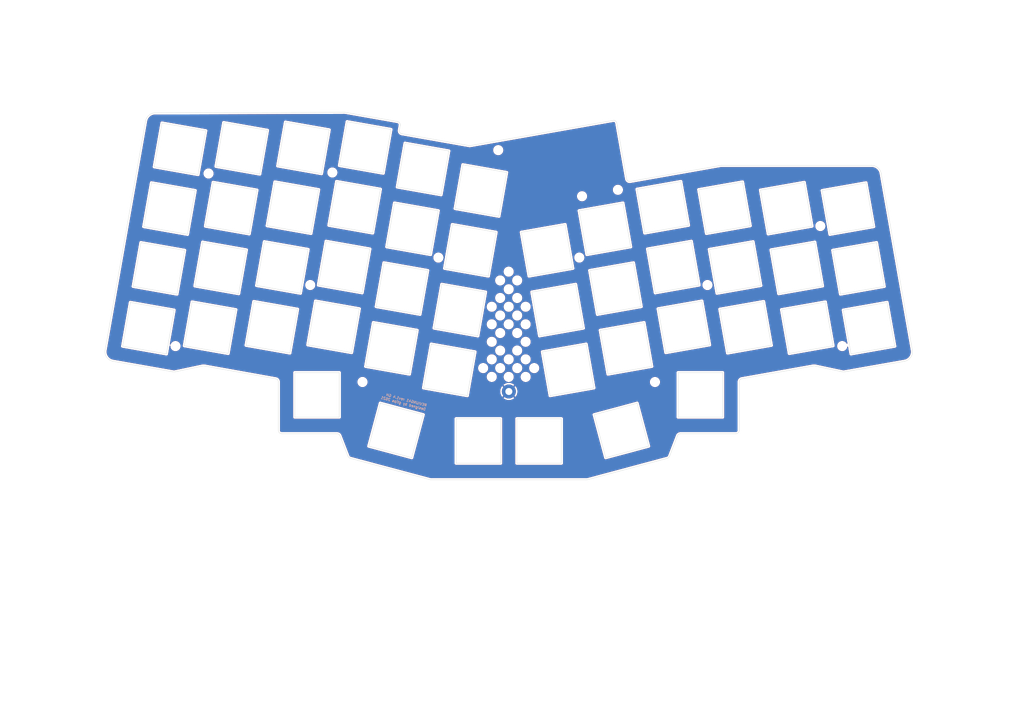
<source format=kicad_pcb>
(kicad_pcb (version 20211014) (generator pcbnew)
  (title_block (title "REVIUNG41 TOP PLATE") (date "2021-06-24") (rev "1.4"))
  (layers (0 "F.Cu" signal) (31 "B.Cu" signal) (34 "B.Paste" user) (35 "F.Paste" user) (36 "B.SilkS" user "B.Silkscreen") (37 "F.SilkS" user "F.Silkscreen") (38 "B.Mask" user) (39 "F.Mask" user) (44 "Edge.Cuts" user))
  (net 0 "")
  (net 1 "GND")
  (footprint "MountingHole:MountingHole_2.2mm_M2_Pad" (layer "F.Cu") (at 144.905629 118.30369)
    (fp_text reference "H1" hide)
    (fp_text value "MountingHole_Pad" hide)
    (pad "1" thru_hole circle locked (at 0 0) (size 4.4 4.4) (drill 2.2) (layers *.Cu *.Mask) (net 1 "GND"))
  )
  (footprint "MountingHole:MountingHole_2.2mm_M2" (layer "F.Cu") (at 50.67528 49.903573)
    (fp_text reference "H11" hide)
    (fp_text value "MountingHole_2.2mm_M2" hide)
    (pad "" np_thru_hole circle locked (at 0 0) (size 2.2 2.2) (drill 2.2) (layers *.Cu *.Mask))
  )
  (footprint "MountingHole:MountingHole_2.2mm_M2" (layer "F.Cu") (at 40.305629 104.05369)
    (fp_text reference "H2" hide)
    (fp_text value "MountingHole_2.2mm_M2" hide)
    (pad "" np_thru_hole circle locked (at 0 0) (size 2.2 2.2) (drill 2.2) (layers *.Cu *.Mask))
  )
  (footprint "MountingHole:MountingHole_2.2mm_M2" (layer "F.Cu") (at 82.58563 84.89369)
    (fp_text reference "H3" hide)
    (fp_text value "MountingHole_2.2mm_M2" hide)
    (pad "" np_thru_hole circle locked (at 0 0) (size 2.2 2.2) (drill 2.2) (layers *.Cu *.Mask))
  )
  (footprint "MountingHole:MountingHole_2.2mm_M2" (layer "F.Cu") (at 122.795629 76.293689)
    (fp_text reference "H4" hide)
    (fp_text value "MountingHole_2.2mm_M2" hide)
    (pad "" np_thru_hole circle locked (at 0 0) (size 2.2 2.2) (drill 2.2) (layers *.Cu *.Mask))
  )
  (footprint "MountingHole:MountingHole_2.2mm_M2" (layer "F.Cu") (at 98.985629 115.32369)
    (fp_text reference "H5" hide)
    (fp_text value "MountingHole_2.2mm_M2" hide)
    (pad "" np_thru_hole circle locked (at 0 0) (size 2.2 2.2) (drill 2.2) (layers *.Cu *.Mask))
  )
  (footprint "MountingHole:MountingHole_2.2mm_M2" (layer "F.Cu") (at 167.015629 76.28369)
    (fp_text reference "H6" hide)
    (fp_text value "MountingHole_2.2mm_M2" hide)
    (pad "" np_thru_hole circle locked (at 0 0) (size 2.2 2.2) (drill 2.2) (layers *.Cu *.Mask))
  )
  (footprint "MountingHole:MountingHole_2.2mm_M2" (layer "F.Cu") (at 190.755629 115.33369)
    (fp_text reference "H7" hide)
    (fp_text value "MountingHole_2.2mm_M2" hide)
    (pad "" np_thru_hole circle locked (at 0 0) (size 2.2 2.2) (drill 2.2) (layers *.Cu *.Mask))
  )
  (footprint "MountingHole:MountingHole_2.2mm_M2" (layer "F.Cu") (at 207.225629 84.893689)
    (fp_text reference "H8" hide)
    (fp_text value "MountingHole_2.2mm_M2" hide)
    (pad "" np_thru_hole circle locked (at 0 0) (size 2.2 2.2) (drill 2.2) (layers *.Cu *.Mask))
  )
  (footprint "MountingHole:MountingHole_2.2mm_M2" (layer "F.Cu") (at 242.645629 66.383689)
    (fp_text reference "H9" hide)
    (fp_text value "MountingHole_2.2mm_M2" hide)
    (pad "" np_thru_hole circle locked (at 0 0) (size 2.2 2.2) (drill 2.2) (layers *.Cu *.Mask))
  )
  (footprint "MountingHole:MountingHole_2.2mm_M2" (layer "F.Cu") (at 249.505629 104.05369)
    (fp_text reference "H10" hide)
    (fp_text value "MountingHole_2.2mm_M2" hide)
    (pad "" np_thru_hole circle locked (at 0 0) (size 2.2 2.2) (drill 2.2) (layers *.Cu *.Mask))
  )
  (footprint "_reviung-kbd:HOLE_2.2mm" (layer "F.Cu") (at 144.855629 80.70369)
    (fp_text reference "Ref**")
    (fp_text value "Val**")
    (pad "" np_thru_hole circle locked (at 0 0) (size 2.2 2.2) (drill 2.2) (layers *.Cu *.Mask))
  )
  (footprint "_reviung-kbd:HOLE_2.2mm" (layer "F.Cu") (at 142.185629 83.45369)
    (fp_text reference "Ref**")
    (fp_text value "Val**")
    (pad "" np_thru_hole circle locked (at 0 0) (size 2.2 2.2) (drill 2.2) (layers *.Cu *.Mask))
  )
  (footprint "_reviung-kbd:HOLE_2.2mm" (layer "F.Cu") (at 147.52563 83.453689)
    (fp_text reference "Ref**")
    (fp_text value "Val**")
    (pad "" np_thru_hole circle locked (at 0 0) (size 2.2 2.2) (drill 2.2) (layers *.Cu *.Mask))
  )
  (footprint "_reviung-kbd:HOLE_2.2mm" (layer "F.Cu") (at 144.865629 86.21369)
    (fp_text reference "Ref**")
    (fp_text value "Val**")
    (pad "" np_thru_hole circle locked (at 0 0) (size 2.2 2.2) (drill 2.2) (layers *.Cu *.Mask))
  )
  (footprint "_reviung-kbd:HOLE_2.2mm" (layer "F.Cu") (at 142.185629 88.953689)
    (fp_text reference "Ref**")
    (fp_text value "Val**")
    (pad "" np_thru_hole circle locked (at 0 0) (size 2.2 2.2) (drill 2.2) (layers *.Cu *.Mask))
  )
  (footprint "_reviung-kbd:HOLE_2.2mm" (layer "F.Cu") (at 147.525629 88.95369)
    (fp_text reference "Ref**")
    (fp_text value "Val**")
    (pad "" np_thru_hole circle locked (at 0 0) (size 2.2 2.2) (drill 2.2) (layers *.Cu *.Mask))
  )
  (footprint "_reviung-kbd:HOLE_2.2mm" (layer "F.Cu") (at 139.545629 91.71369)
    (fp_text reference "Ref**")
    (fp_text value "Val**")
    (pad "" np_thru_hole circle locked (at 0 0) (size 2.2 2.2) (drill 2.2) (layers *.Cu *.Mask))
  )
  (footprint "_reviung-kbd:HOLE_2.2mm" (layer "F.Cu") (at 144.865629 91.71369)
    (fp_text reference "Ref**")
    (fp_text value "Val**")
    (pad "" np_thru_hole circle locked (at 0 0) (size 2.2 2.2) (drill 2.2) (layers *.Cu *.Mask))
  )
  (footprint "_reviung-kbd:HOLE_2.2mm" (layer "F.Cu") (at 150.175629 91.71369)
    (fp_text reference "Ref**")
    (fp_text value "Val**")
    (pad "" np_thru_hole circle locked (at 0 0) (size 2.2 2.2) (drill 2.2) (layers *.Cu *.Mask))
  )
  (footprint "_reviung-kbd:HOLE_2.2mm" (layer "F.Cu") (at 142.185629 94.45369)
    (fp_text reference "Ref**")
    (fp_text value "Val**")
    (pad "" np_thru_hole circle locked (at 0 0) (size 2.2 2.2) (drill 2.2) (layers *.Cu *.Mask))
  )
  (footprint "_reviung-kbd:HOLE_2.2mm" (layer "F.Cu") (at 147.525629 94.45369)
    (fp_text reference "Ref**")
    (fp_text value "Val**")
    (pad "" np_thru_hole circle locked (at 0 0) (size 2.2 2.2) (drill 2.2) (layers *.Cu *.Mask))
  )
  (footprint "_reviung-kbd:HOLE_2.2mm" (layer "F.Cu") (at 139.545629 97.21369)
    (fp_text reference "Ref**")
    (fp_text value "Val**")
    (pad "" np_thru_hole circle locked (at 0 0) (size 2.2 2.2) (drill 2.2) (layers *.Cu *.Mask))
  )
  (footprint "_reviung-kbd:HOLE_2.2mm" (layer "F.Cu") (at 144.855629 97.21369)
    (fp_text reference "Ref**")
    (fp_text value "Val**")
    (pad "" np_thru_hole circle locked (at 0 0) (size 2.2 2.2) (drill 2.2) (layers *.Cu *.Mask))
  )
  (footprint "_reviung-kbd:HOLE_2.2mm" (layer "F.Cu") (at 150.175629 97.213689)
    (fp_text reference "Ref**")
    (fp_text value "Val**")
    (pad "" np_thru_hole circle locked (at 0 0) (size 2.2 2.2) (drill 2.2) (layers *.Cu *.Mask))
  )
  (footprint "_reviung-kbd:HOLE_2.2mm" (layer "F.Cu") (at 142.195629 99.95369)
    (fp_text reference "Ref**")
    (fp_text value "Val**")
    (pad "" np_thru_hole circle locked (at 0 0) (size 2.2 2.2) (drill 2.2) (layers *.Cu *.Mask))
  )
  (footprint "_reviung-kbd:HOLE_2.2mm" (layer "F.Cu") (at 147.52563 99.95369)
    (fp_text reference "Ref**")
    (fp_text value "Val**")
    (pad "" np_thru_hole circle locked (at 0 0) (size 2.2 2.2) (drill 2.2) (layers *.Cu *.Mask))
  )
  (footprint "_reviung-kbd:HOLE_2.2mm" (layer "F.Cu") (at 139.545629 102.71369)
    (fp_text reference "Ref**")
    (fp_text value "Val**")
    (pad "" np_thru_hole circle locked (at 0 0) (size 2.2 2.2) (drill 2.2) (layers *.Cu *.Mask))
  )
  (footprint "_reviung-kbd:HOLE_2.2mm" (layer "F.Cu") (at 150.175629 102.71369)
    (fp_text reference "Ref**")
    (fp_text value "Val**")
    (pad "" np_thru_hole circle locked (at 0 0) (size 2.2 2.2) (drill 2.2) (layers *.Cu *.Mask))
  )
  (footprint "_reviung-kbd:HOLE_2.2mm" (layer "F.Cu") (at 142.18563 105.46369)
    (fp_text reference "Ref**")
    (fp_text value "Val**")
    (pad "" np_thru_hole circle locked (at 0 0) (size 2.2 2.2) (drill 2.2) (layers *.Cu *.Mask))
  )
  (footprint "_reviung-kbd:HOLE_2.2mm" (layer "F.Cu") (at 147.52563 105.45369)
    (fp_text reference "Ref**")
    (fp_text value "Val**")
    (pad "" np_thru_hole circle locked (at 0 0) (size 2.2 2.2) (drill 2.2) (layers *.Cu *.Mask))
  )
  (footprint "_reviung-kbd:HOLE_2.2mm" (layer "F.Cu") (at 139.545629 108.21369)
    (fp_text reference "Ref**")
    (fp_text value "Val**")
    (pad "" np_thru_hole circle locked (at 0 0) (size 2.2 2.2) (drill 2.2) (layers *.Cu *.Mask))
  )
  (footprint "_reviung-kbd:HOLE_2.2mm" (layer "F.Cu") (at 144.865629 108.21369)
    (fp_text reference "Ref**")
    (fp_text value "Val**")
    (pad "" np_thru_hole circle locked (at 0 0) (size 2.2 2.2) (drill 2.2) (layers *.Cu *.Mask))
  )
  (footprint "_reviung-kbd:HOLE_2.2mm" (layer "F.Cu") (at 150.185629 108.21369)
    (fp_text reference "Ref**")
    (fp_text value "Val**")
    (pad "" np_thru_hole circle locked (at 0 0) (size 2.2 2.2) (drill 2.2) (layers *.Cu *.Mask))
  )
  (footprint "_reviung-kbd:HOLE_2.2mm" (layer "F.Cu") (at 136.845629 110.96369)
    (fp_text reference "Ref**")
    (fp_text value "Val**")
    (pad "" np_thru_hole circle locked (at 0 0) (size 2.2 2.2) (drill 2.2) (layers *.Cu *.Mask))
  )
  (footprint "_reviung-kbd:HOLE_2.2mm" (layer "F.Cu") (at 142.185629 110.96369)
    (fp_text reference "Ref**")
    (fp_text value "Val**")
    (pad "" np_thru_hole circle locked (at 0 0) (size 2.2 2.2) (drill 2.2) (layers *.Cu *.Mask))
  )
  (footprint "_reviung-kbd:HOLE_2.2mm" (layer "F.Cu") (at 147.535629 110.96369)
    (fp_text reference "Ref**")
    (fp_text value "Val**")
    (pad "" np_thru_hole circle locked (at 0 0) (size 2.2 2.2) (drill 2.2) (layers *.Cu *.Mask))
  )
  (footprint "_reviung-kbd:HOLE_2.2mm" (layer "F.Cu") (at 152.855629 110.96369)
    (fp_text reference "Ref**")
    (fp_text value "Val**")
    (pad "" np_thru_hole circle locked (at 0 0) (size 2.2 2.2) (drill 2.2) (layers *.Cu *.Mask))
  )
  (footprint "_reviung-kbd:HOLE_2.2mm" (layer "F.Cu") (at 150.185629 113.72369)
    (fp_text reference "Ref**")
    (fp_text value "Val**")
    (pad "" np_thru_hole circle locked (at 0 0) (size 2.2 2.2) (drill 2.2) (layers *.Cu *.Mask))
  )
  (footprint "_reviung-kbd:HOLE_2.2mm" (layer "F.Cu") (at 144.855629 113.72369)
    (fp_text reference "Ref**")
    (fp_text value "Val**")
    (pad "" np_thru_hole circle locked (at 0 0) (size 2.2 2.2) (drill 2.2) (layers *.Cu *.Mask))
  )
  (footprint "_reviung-kbd:HOLE_2.2mm" (layer "F.Cu") (at 139.54563 113.713689)
    (fp_text reference "Ref**")
    (fp_text value "Val**")
    (pad "" np_thru_hole circle locked (at 0 0) (size 2.2 2.2) (drill 2.2) (layers *.Cu *.Mask))
  )
  (footprint "MountingHole:MountingHole_2.2mm_M2" (layer "F.Cu") (at 89.525576 49.587417)
    (fp_text reference "H4" hide)
    (fp_text value "MountingHole_2.2mm_M2" hide)
    (pad "" np_thru_hole circle locked (at 0 0) (size 2.2 2.2) (drill 2.2) (layers F&B.Cu *.Mask))
  )
  (footprint "_reviung-kbd:HOLE_2.2mm" (layer "B.Cu") (at 167.876449 57.031938 180)
    (fp_text reference "H13" hide)
    (fp_text value "H13" hide)
    (pad "" np_thru_hole circle locked (at 0 0 180) (size 2.2 2.2) (drill 2.2) (layers F&B.Cu *.Mask))
  )
  (footprint "_reviung-kbd:HOLE_2.2mm" (layer "B.Cu") (at 141.576449 42.571938 180)
    (fp_text reference "H14" hide)
    (fp_text value "H14" hide)
    (pad "" np_thru_hole circle locked (at 0 0 180) (size 2.2 2.2) (drill 2.2) (layers F&B.Cu *.Mask))
  )
  (footprint "_reviung-kbd:HOLE_2.2mm" (layer "B.Cu") (at 179.126449 55.021938 180)
    (fp_text reference "H12" hide)
    (fp_text value "H12" hide)
    (pad "" np_thru_hole circle locked (at 0 0 180) (size 2.2 2.2) (drill 2.2) (layers F&B.Cu *.Mask))
  )
  (gr_curve (pts (xy 175.277882 139.093691) (xy 175.277882 139.093691) (xy 171.654417 125.570722) (xy 171.654417 125.570722)) (layer "Edge.Cuts") (width 0.1))
  (gr_curve (pts (xy 104.632044 54.809904) (xy 104.632044 54.809904) (xy 102.200969 68.597219) (xy 102.200969 68.597219)) (layer "Edge.Cuts") (width 0.1))
  (gr_curve (pts (xy 69.045305 66.304982) (xy 69.045305 66.304982) (xy 71.47638 52.517666) (xy 71.47638 52.517666)) (layer "Edge.Cuts") (width 0.1))
  (gr_curve (pts (xy 126.092874 42.804136) (xy 126.092874 42.804136) (xy 123.661799 56.591451) (xy 123.661799 56.591451)) (layer "Edge.Cuts") (width 0.1))
  (gr_curve (pts (xy 197.814191 132.170706) (xy 197.963319 131.785675) (xy 198.333775 131.531879) (xy 198.746692 131.531879)) (layer "Edge.Cuts") (width 0.1))
  (gr_curve (pts (xy 82.83262 68.736055) (xy 82.83262 68.736055) (xy 69.045305 66.304982) (xy 69.045305 66.304982)) (layer "Edge.Cuts") (width 0.1))
  (gr_curve (pts (xy 224.867512 90.039881) (xy 224.867512 90.039881) (xy 227.298587 103.827195) (xy 227.298587 103.827195)) (layer "Edge.Cuts") (width 0.1))
  (gr_curve (pts (xy 207.930239 103.688359) (xy 207.930239 103.688359) (xy 194.142924 106.119433) (xy 194.142924 106.119433)) (layer "Edge.Cuts") (width 0.1))
  (gr_curve (pts (xy 72.598814 115.28061) (xy 72.598814 115.28061) (xy 72.598814 130.531875) (xy 72.598814 130.531875)) (layer "Edge.Cuts") (width 0.1))
  (gr_curve (pts (xy 187.346332 96.655864) (xy 187.346332 96.655864) (xy 189.777406 110.443178) (xy 189.777406 110.443178)) (layer "Edge.Cuts") (width 0.1))
  (gr_curve (pts (xy 102.381578 96.65483) (xy 102.381578 96.65483) (xy 116.168894 99.085905) (xy 116.168894 99.085905)) (layer "Edge.Cuts") (width 0.1))
  (gr_curve (pts (xy 162.577538 65.889502) (xy 162.577538 65.889502) (xy 165.008612 79.676817) (xy 165.008612 79.676817)) (layer "Edge.Cuts") (width 0.1))
  (gr_line (start 217.98 114.28) (end 240.36 110.29) (layer "Edge.Cuts") (width 0.1))
  (gr_curve (pts (xy 134.321704 105.840725) (xy 134.321704 105.840725) (xy 131.890629 119.628019) (xy 131.890629 119.628019)) (layer "Edge.Cuts") (width 0.1))
  (gr_curve (pts (xy 74.784377 33.757078) (xy 74.784377 33.757078) (xy 88.571693 36.188153) (xy 88.571693 36.188153)) (layer "Edge.Cuts") (width 0.1))
  (gr_curve (pts (xy 100.928652 135.471496) (xy 100.928652 135.471496) (xy 104.552117 121.948526) (xy 104.552117 121.948526)) (layer "Edge.Cuts") (width 0.1))
  (gr_line (start 111.341858 37.452191) (end 132.626239 41.2045) (layer "Edge.Cuts") (width 0.1))
  (gr_curve (pts (xy 183.161423 72.921998) (xy 183.161423 72.921998) (xy 169.374108 75.353072) (xy 169.374108 75.353072)) (layer "Edge.Cuts") (width 0.1))
  (gr_curve (pts (xy 36.04766 34.034753) (xy 36.04766 34.034753) (xy 49.834974 36.465828) (xy 49.834974 36.465828)) (layer "Edge.Cuts") (width 0.1))
  (gr_curve (pts (xy 79.524618 87.496625) (xy 79.524618 87.496625) (xy 65.737325 85.06555) (xy 65.737325 85.06555)) (layer "Edge.Cuts") (width 0.1))
  (gr_curve (pts (xy 18.242485 105.324908) (xy 17.953807 106.957388) (xy 19.0439 108.514528) (xy 20.676595 108.801914)) (layer "Edge.Cuts") (width 0.1))
  (gr_curve (pts (xy 104.552117 121.948526) (xy 104.552117 121.948526) (xy 118.075086 125.571993) (xy 118.075086 125.571993)) (layer "Edge.Cuts") (width 0.1))
  (gr_curve (pts (xy 271.490571 105.326544) (xy 271.490571 105.326544) (xy 261.709256 49.857837) (xy 261.709256 49.857837)) (layer "Edge.Cuts") (width 0.1))
  (gr_curve (pts (xy 202.191162 71.140453) (xy 202.191162 71.140453) (xy 204.622237 84.927768) (xy 204.622237 84.927768)) (layer "Edge.Cuts") (width 0.1))
  (gr_curve (pts (xy 60.15627 87.635463) (xy 60.15627 87.635463) (xy 46.368955 85.204387) (xy 46.368955 85.204387)) (layer "Edge.Cuts") (width 0.1))
  (gr_curve (pts (xy 39.484707 112.112392) (xy 39.736328 112.156683) (xy 39.994107 112.152355) (xy 40.244092 112.099644)) (layer "Edge.Cuts") (width 0.1))
  (gr_curve (pts (xy 184.038351 77.895273) (xy 184.038351 77.895273) (xy 186.469426 91.682588) (xy 186.469426 91.682588)) (layer "Edge.Cuts") (width 0.1))
  (gr_curve (pts (xy 105.508967 49.836631) (xy 105.508967 49.836631) (xy 91.721673 47.405556) (xy 91.721673 47.405556)) (layer "Edge.Cuts") (width 0.1))
  (gr_curve (pts (xy 138.506612 82.106838) (xy 138.506612 82.106838) (xy 124.719297 79.675763) (xy 124.719297 79.675763)) (layer "Edge.Cuts") (width 0.1))
  (gr_curve (pts (xy 217.166647 130.531875) (xy 217.166647 130.531875) (xy 217.166647 115.271459) (xy 217.166647 115.271459)) (layer "Edge.Cuts") (width 0.1))
  (gr_curve (pts (xy 77.723631 112.363689) (xy 77.723631 112.363689) (xy 91.723637 112.36369) (xy 91.723637 112.36369)) (layer "Edge.Cuts") (width 0.1))
  (gr_curve (pts (xy 169.374108 75.353072) (xy 169.374108 75.353072) (xy 166.943033 61.565757) (xy 166.943033 61.565757)) (layer "Edge.Cuts") (width 0.1))
  (gr_curve (pts (xy 248.94001 87.775355) (xy 248.94001 87.775355) (xy 246.508935 73.98804) (xy 246.508935 73.98804)) (layer "Edge.Cuts") (width 0.1))
  (gr_curve (pts (xy 249.505307 112.098913) (xy 249.756109 112.152097) (xy 250.014772 112.156576) (xy 250.267254 112.112112)) (layer "Edge.Cuts") (width 0.1))
  (gr_curve (pts (xy 190.834921 87.358843) (xy 190.834921 87.358843) (xy 188.403847 73.571528) (xy 188.403847 73.571528)) (layer "Edge.Cuts") (width 0.1))
  (gr_curve (pts (xy 23.692604 104.103816) (xy 23.692604 104.103816) (xy 26.123679 90.316522) (xy 26.123679 90.316522)) (layer "Edge.Cuts") (width 0.1))
  (gr_curve (pts (xy 165.008612 79.676817) (xy 165.008612 79.676817) (xy 151.221297 82.107893) (xy 151.221297 82.107893)) (layer "Edge.Cuts") (width 0.1))
  (gr_curve (pts (xy 71.775005 114.29626) (xy 72.251742 114.38159) (xy 72.598814 114.796294) (xy 72.598814 115.28061)) (layer "Edge.Cuts") (width 0.1))
  (gr_line (start 93.454805 30.704166) (end 33.909318 30.911795) (layer "Edge.Cuts") (width 0.1))
  (gr_curve (pts (xy 220.682604 66.306015) (xy 220.682604 66.306015) (xy 206.895289 68.737089) (xy 206.895289 68.737089)) (layer "Edge.Cuts") (width 0.1))
  (gr_curve (pts (xy 120.306883 145.979619) (xy 120.306883 145.979619) (xy 169.493545 145.979618) (xy 169.493545 145.979618)) (layer "Edge.Cuts") (width 0.1))
  (gr_curve (pts (xy 44.095902 69.013709) (xy 44.095902 69.013709) (xy 30.308587 66.582634) (xy 30.308587 66.582634)) (layer "Edge.Cuts") (width 0.1))
  (gr_curve (pts (xy 116.168894 99.085905) (xy 116.168894 99.085905) (xy 113.737819 112.873199) (xy 113.737819 112.873199)) (layer "Edge.Cuts") (width 0.1))
  (gr_curve (pts (xy 245.632007 69.014763) (xy 245.632007 69.014763) (xy 243.200933 55.227448) (xy 243.200933 55.227448)) (layer "Edge.Cuts") (width 0.1))
  (gr_curve (pts (xy 69.203323 36.32699) (xy 69.203323 36.32699) (xy 66.772249 50.114285) (xy 66.772249 50.114285)) (layer "Edge.Cuts") (width 0.1))
  (gr_curve (pts (xy 40.244092 112.099644) (xy 40.244092 112.099644) (xy 48.705183 110.315344) (xy 48.705183 110.315344)) (layer "Edge.Cuts") (width 0.1))
  (gr_curve (pts (xy 39.910994 92.747596) (xy 39.910994 92.747596) (xy 37.47992 106.53489) (xy 37.47992 106.53489)) (layer "Edge.Cuts") (width 0.1))
  (gr_curve (pts (xy 91.933228 132.169975) (xy 91.933228 132.169975) (xy 94.446534 138.644106) (xy 94.446534 138.644106)) (layer "Edge.Cuts") (width 0.1))
  (gr_curve (pts (xy 213.511272 106.258271) (xy 213.511272 106.258271) (xy 211.080198 92.470955) (xy 211.080198 92.470955)) (layer "Edge.Cuts") (width 0.1))
  (gr_curve (pts (xy 91.723637 112.36369) (xy 91.723637 112.36369) (xy 91.723637 126.363676) (xy 91.723637 126.363676)) (layer "Edge.Cuts") (width 0.1))
  (gr_curve (pts (xy 120.534389 103.40965) (xy 120.534389 103.40965) (xy 134.321704 105.840725) (xy 134.321704 105.840725)) (layer "Edge.Cuts") (width 0.1))
  (gr_curve (pts (xy 86.140617 49.975468) (xy 86.140617 49.975468) (xy 72.353303 47.544394) (xy 72.353303 47.544394)) (layer "Edge.Cuts") (width 0.1))
  (gr_curve (pts (xy 49.470273 110.303609) (xy 49.470273 110.303609) (xy 71.775005 114.29626) (xy 71.775005 114.29626)) (layer "Edge.Cuts") (width 0.1))
  (gr_curve (pts (xy 223.990606 85.066606) (xy 223.990606 85.066606) (xy 210.203292 87.49768) (xy 210.203292 87.49768)) (layer "Edge.Cuts") (width 0.1))
  (gr_curve (pts (xy 154.529278 100.868483) (xy 154.529278 100.868483) (xy 152.098226 87.081168) (xy 152.098226 87.081168)) (layer "Edge.Cuts") (width 0.1))
  (gr_line (start 132.626239 41.2045) (end 177.942459 33.214093) (layer "Edge.Cuts") (width 0.1))
  (gr_curve (pts (xy 118.103336 117.196944) (xy 118.103336 117.196944) (xy 120.534389 103.40965) (xy 120.534389 103.40965)) (layer "Edge.Cuts") (width 0.1))
  (gr_curve (pts (xy 88.413675 66.166144) (xy 88.413675 66.166144) (xy 90.84475 52.378829) (xy 90.84475 52.378829)) (layer "Edge.Cuts") (width 0.1))
  (gr_curve (pts (xy 175.990091 112.874254) (xy 175.990091 112.874254) (xy 173.559016 99.086938) (xy 173.559016 99.086938)) (layer "Edge.Cuts") (width 0.1))
  (gr_curve (pts (xy 206.895289 68.737089) (xy 206.895289 68.737089) (xy 204.464214 54.949774) (xy 204.464214 54.949774)) (layer "Edge.Cuts") (width 0.1))
  (gr_curve (pts (xy 62.429322 103.826141) (xy 62.429322 103.826141) (xy 64.860397 90.038847) (xy 64.860397 90.038847)) (layer "Edge.Cuts") (width 0.1))
  (gr_curve (pts (xy 240.92788 71.418128) (xy 240.92788 71.418128) (xy 243.358955 85.205443) (xy 243.358955 85.205443)) (layer "Edge.Cuts") (width 0.1))
  (gr_curve (pts (xy 161.395698 126.824069) (xy 161.395698 126.824069) (xy 161.395698 140.824054) (xy 161.395698 140.824054)) (layer "Edge.Cuts") (width 0.1))
  (gr_curve (pts (xy 188.800851 135.470226) (xy 188.800851 135.470226) (xy 175.277882 139.093691) (xy 175.277882 139.093691)) (layer "Edge.Cuts") (width 0.1))
  (gr_curve (pts (xy 66.772249 50.114285) (xy 66.772249 50.114285) (xy 52.984955 47.683209) (xy 52.984955 47.683209)) (layer "Edge.Cuts") (width 0.1))
  (gr_curve (pts (xy 103.258506 91.681532) (xy 103.258506 91.681532) (xy 105.68958 77.89424) (xy 105.68958 77.89424)) (layer "Edge.Cuts") (width 0.1))
  (gr_curve (pts (xy 40.787922 87.7743) (xy 40.787922 87.7743) (xy 27.000606 85.343225) (xy 27.000606 85.343225)) (layer "Edge.Cuts") (width 0.1))
  (gr_curve (pts (xy 84.228767 89.90001) (xy 84.228767 89.90001) (xy 98.016061 92.331085) (xy 98.016061 92.331085)) (layer "Edge.Cuts") (width 0.1))
  (gr_curve (pts (xy 91.721673 47.405556) (xy 91.721673 47.405556) (xy 94.152748 33.618241) (xy 94.152748 33.618241)) (layer "Edge.Cuts") (width 0.1))
  (gr_arc (start 177.942459 33.214093) (mid 178.469605 33.493633) (end 178.740449 34.025299) (layer "Edge.Cuts") (width 0.1))
  (gr_curve (pts (xy 85.105674 84.926735) (xy 85.105674 84.926735) (xy 87.536748 71.139419) (xy 87.536748 71.139419)) (layer "Edge.Cuts") (width 0.1))
  (gr_curve (pts (xy 45.492049 90.177685) (xy 45.492049 90.177685) (xy 59.279342 92.608759) (xy 59.279342 92.608759)) (layer "Edge.Cuts") (width 0.1))
  (gr_curve (pts (xy 117.045799 94.112607) (xy 117.045799 94.112607) (xy 103.258506 91.681532) (xy 103.258506 91.681532)) (layer "Edge.Cuts") (width 0.1))
  (gr_curve (pts (xy 218.251529 52.5187) (xy 218.251529 52.5187) (xy 220.682604 66.306015) (xy 220.682604 66.306015)) (layer "Edge.Cuts") (width 0.1))
  (gr_curve (pts (xy 232.879642 106.397108) (xy 232.879642 106.397108) (xy 230.448567 92.609793) (xy 230.448567 92.609793)) (layer "Edge.Cuts") (width 0.1))
  (gr_curve (pts (xy 210.203292 87.49768) (xy 210.203292 87.49768) (xy 207.772217 73.710365) (xy 207.772217 73.710365)) (layer "Edge.Cuts") (width 0.1))
  (gr_curve (pts (xy 48.800029 71.417094) (xy 48.800029 71.417094) (xy 62.587345 73.848169) (xy 62.587345 73.848169)) (layer "Edge.Cuts") (width 0.1))
  (gr_curve (pts (xy 109.874483 54.160376) (xy 109.874483 54.160376) (xy 112.305559 40.373061) (xy 112.305559 40.373061)) (layer "Edge.Cuts") (width 0.1))
  (gr_curve (pts (xy 112.305559 40.373061) (xy 112.305559 40.373061) (xy 126.092874 42.804136) (xy 126.092874 42.804136)) (layer "Edge.Cuts") (width 0.1))
  (gr_curve (pts (xy 63.464251 68.874872) (xy 63.464251 68.874872) (xy 49.676957 66.443796) (xy 49.676957 66.443796)) (layer "Edge.Cuts") (width 0.1))
  (gr_curve (pts (xy 142.345698 126.824068) (xy 142.345698 126.824068) (xy 142.345698 140.824055) (xy 142.345698 140.824055)) (layer "Edge.Cuts") (width 0.1))
  (gr_curve (pts (xy 119.476874 80.325314) (xy 119.476874 80.325314) (xy 117.045799 94.112607) (xy 117.045799 94.112607)) (layer "Edge.Cuts") (width 0.1))
  (gr_curve (pts (xy 91.001007 131.531878) (xy 91.413643 131.531879) (xy 91.783904 131.78533) (xy 91.933228 132.169975)) (layer "Edge.Cuts") (width 0.1))
  (gr_curve (pts (xy 30.308587 66.582634) (xy 30.308587 66.582634) (xy 32.739662 52.795341) (xy 32.739662 52.795341)) (layer "Edge.Cuts") (width 0.1))
  (gr_curve (pts (xy 64.860397 90.038847) (xy 64.860397 90.038847) (xy 78.647712 92.469921) (xy 78.647712 92.469921)) (layer "Edge.Cuts") (width 0.1))
  (gr_line (start 110.798063 34.777728) (end 110.53066 36.29368) (layer "Edge.Cuts") (width 0.1))
  (gr_curve (pts (xy 148.790222 68.320578) (xy 148.790222 68.320578) (xy 162.577538 65.889502) (xy 162.577538 65.889502)) (layer "Edge.Cuts") (width 0.1))
  (gr_curve (pts (xy 171.654417 125.570722) (xy 171.654417 125.570722) (xy 185.177386 121.947257) (xy 185.177386 121.947257)) (layer "Edge.Cuts") (width 0.1))
  (gr_arc (start 111.341858 37.452191) (mid 110.696324 37.04094) (end 110.53066 36.29368) (layer "Edge.Cuts") (width 0.1))
  (gr_curve (pts (xy 46.526977 55.226416) (xy 46.526977 55.226416) (xy 44.095902 69.013709) (xy 44.095902 69.013709)) (layer "Edge.Cuts") (width 0.1))
  (gr_curve (pts (xy 62.587345 73.848169) (xy 62.587345 73.848169) (xy 60.15627 87.635463) (xy 60.15627 87.635463)) (layer "Edge.Cuts") (width 0.1))
  (gr_curve (pts (xy 227.298587 103.827195) (xy 227.298587 103.827195) (xy 213.511272 106.258271) (xy 213.511272 106.258271)) (layer "Edge.Cuts") (width 0.1))
  (gr_curve (pts (xy 155.406205 105.841759) (xy 155.406205 105.841759) (xy 169.193521 103.410684) (xy 169.193521 103.410684)) (layer "Edge.Cuts") (width 0.1))
  (gr_curve (pts (xy 81.955693 73.709332) (xy 81.955693 73.709332) (xy 79.524618 87.496625) (xy 79.524618 87.496625)) (layer "Edge.Cuts") (width 0.1))
  (gr_curve (pts (xy 198.746692 131.531879) (xy 198.746692 131.531879) (xy 216.166665 131.531879) (xy 216.166665 131.531879)) (layer "Edge.Cuts") (width 0.1))
  (gr_curve (pts (xy 201.314256 66.167177) (xy 201.314256 66.167177) (xy 187.526941 68.598252) (xy 187.526941 68.598252)) (layer "Edge.Cuts") (width 0.1))
  (gr_curve (pts (xy 107.940042 36.049316) (xy 107.940042 36.049316) (xy 105.508967 49.836631) (xy 105.508967 49.836631)) (layer "Edge.Cuts") (width 0.1))
  (gr_curve (pts (xy 259.419322 66.58369) (xy 259.419322 66.58369) (xy 245.632007 69.014763) (xy 245.632007 69.014763)) (layer "Edge.Cuts") (width 0.1))
  (gr_curve (pts (xy 91.723637 126.363676) (xy 91.723637 126.363676) (xy 77.72363 126.363676) (xy 77.72363 126.363676)) (layer "Edge.Cuts") (width 0.1))
  (gr_curve (pts (xy 33.616585 47.822047) (xy 33.616585 47.822047) (xy 36.04766 34.034753) (xy 36.04766 34.034753)) (layer "Edge.Cuts") (width 0.1))
  (gr_curve (pts (xy 147.395691 140.824055) (xy 147.395691 140.824055) (xy 147.395691 126.824068) (xy 147.395691 126.824068)) (layer "Edge.Cuts") (width 0.1))
  (gr_curve (pts (xy 65.895325 55.087578) (xy 65.895325 55.087578) (xy 63.464251 68.874872) (xy 63.464251 68.874872)) (layer "Edge.Cuts") (width 0.1))
  (gr_curve (pts (xy 227.140565 73.849202) (xy 227.140565 73.849202) (xy 240.92788 71.418128) (xy 240.92788 71.418128)) (layer "Edge.Cuts") (width 0.1))
  (gr_curve (pts (xy 229.57164 87.636518) (xy 229.57164 87.636518) (xy 227.140565 73.849202) (xy 227.140565 73.849202)) (layer "Edge.Cuts") (width 0.1))
  (gr_curve (pts (xy 46.368955 85.204387) (xy 46.368955 85.204387) (xy 48.800029 71.417094) (xy 48.800029 71.417094)) (layer "Edge.Cuts") (width 0.1))
  (gr_curve (pts (xy 152.098226 87.081168) (xy 152.098226 87.081168) (xy 165.885518 84.650094) (xy 165.885518 84.650094)) (layer "Edge.Cuts") (width 0.1))
  (gr_curve (pts (xy 26.123679 90.316522) (xy 26.123679 90.316522) (xy 39.910994 92.747596) (xy 39.910994 92.747596)) (layer "Edge.Cuts") (width 0.1))
  (gr_curve (pts (xy 256.988248 52.796375) (xy 256.988248 52.796375) (xy 259.419322 66.58369) (xy 259.419322 66.58369)) (layer "Edge.Cuts") (width 0.1))
  (gr_curve (pts (xy 56.848268 106.396053) (xy 56.848268 106.396053) (xy 43.060974 103.964978) (xy 43.060974 103.964978)) (layer "Edge.Cuts") (width 0.1))
  (gr_curve (pts (xy 108.997561 59.133649) (xy 108.997561 59.133649) (xy 122.784876 61.564724) (xy 122.784876 61.564724)) (layer "Edge.Cuts") (width 0.1))
  (gr_curve (pts (xy 262.727303 85.344279) (xy 262.727303 85.344279) (xy 248.94001 87.775355) (xy 248.94001 87.775355)) (layer "Edge.Cuts") (width 0.1))
  (gr_curve (pts (xy 252.247991 106.535924) (xy 252.247991 106.535924) (xy 249.816916 92.74863) (xy 249.816916 92.74863)) (layer "Edge.Cuts") (width 0.1))
  (gr_curve (pts (xy 94.446534 138.644106) (xy 94.561965 138.941482) (xy 94.812359 139.16593) (xy 95.120544 139.248311)) (layer "Edge.Cuts") (width 0.1))
  (gr_curve (pts (xy 72.598814 130.531875) (xy 72.598814 131.084166) (xy 73.046525 131.531878) (xy 73.598817 131.531879)) (layer "Edge.Cuts") (width 0.1))
  (gr_curve (pts (xy 269.056633 108.802022) (xy 270.688553 108.514528) (xy 271.778323 106.9584) (xy 271.490571 105.326544)) (layer "Edge.Cuts") (width 0.1))
  (gr_curve (pts (xy 123.661799 56.591451) (xy 123.661799 56.591451) (xy 109.874483 54.160376) (xy 109.874483 54.160376)) (layer "Edge.Cuts") (width 0.1))
  (gr_curve (pts (xy 128.027295 60.915175) (xy 128.027295 60.915175) (xy 130.45837 47.127882) (xy 130.45837 47.127882)) (layer "Edge.Cuts") (width 0.1))
  (gr_curve (pts (xy 205.499164 89.901043) (xy 205.499164 89.901043) (xy 207.930239 103.688359) (xy 207.930239 103.688359)) (layer "Edge.Cuts") (width 0.1))
  (gr_curve (pts (xy 32.739662 52.795341) (xy 32.739662 52.795341) (xy 46.526977 55.226416) (xy 46.526977 55.226416)) (layer "Edge.Cuts") (width 0.1))
  (gr_curve (pts (xy 157.83728 119.629052) (xy 157.83728 119.629052) (xy 155.406205 105.841759) (xy 155.406205 105.841759)) (layer "Edge.Cuts") (width 0.1))
  (gr_curve (pts (xy 142.345698 140.824055) (xy 142.345698 140.824055) (xy 128.345691 140.824055) (xy 128.345691 140.824055)) (layer "Edge.Cuts") (width 0.1))
  (gr_curve (pts (xy 120.353801 75.352039) (xy 120.353801 75.352039) (xy 106.566486 72.920964) (xy 106.566486 72.920964)) (layer "Edge.Cuts") (width 0.1))
  (gr_curve (pts (xy 77.72363 126.363676) (xy 77.72363 126.363676) (xy 77.723631 112.363689) (xy 77.723631 112.363689)) (layer "Edge.Cuts") (width 0.1))
  (gr_line (start 178.740449 34.025299) (end 181.839931 51.5956) (layer "Edge.Cuts") (width 0.1))
  (gr_curve (pts (xy 85.263695 54.948741) (xy 85.263695 54.948741) (xy 82.83262 68.736055) (xy 82.83262 68.736055)) (layer "Edge.Cuts") (width 0.1))
  (gr_curve (pts (xy 260.296228 71.556964) (xy 260.296228 71.556964) (xy 262.727303 85.344279) (xy 262.727303 85.344279)) (layer "Edge.Cuts") (width 0.1))
  (gr_curve (pts (xy 194.633311 139.24859) (xy 194.941561 139.166037) (xy 195.191912 138.941353) (xy 195.307172 138.643761)) (layer "Edge.Cuts") (width 0.1))
  (gr_curve (pts (xy 141.81461 63.34625) (xy 141.81461 63.34625) (xy 128.027295 60.915175) (xy 128.027295 60.915175)) (layer "Edge.Cuts") (width 0.1))
  (gr_curve (pts (xy 101.324063 73.570494) (xy 101.324063 73.570494) (xy 98.892988 87.357809) (xy 98.892988 87.357809)) (layer "Edge.Cuts") (width 0.1))
  (gr_curve (pts (xy 128.345691 126.824069) (xy 128.345691 126.824069) (xy 142.345698 126.824068) (xy 142.345698 126.824068)) (layer "Edge.Cuts") (width 0.1))
  (gr_curve (pts (xy 249.816916 92.74863) (xy 249.816916 92.74863) (xy 263.604231 90.317555) (xy 263.604231 90.317555)) (layer "Edge.Cuts") (width 0.1))
  (gr_curve (pts (xy 140.937683 68.319544) (xy 140.937683 68.319544) (xy 138.506612 82.106838) (xy 138.506612 82.106838)) (layer "Edge.Cuts") (width 0.1))
  (gr_curve (pts (xy 94.152748 33.618241) (xy 94.152748 33.618241) (xy 107.940042 36.049316) (xy 107.940042 36.049316)) (layer "Edge.Cuts") (width 0.1))
  (gr_curve (pts (xy 72.353303 47.544394) (xy 72.353303 47.544394) (xy 74.784377 33.757078) (xy 74.784377 33.757078)) (layer "Edge.Cuts") (width 0.1))
  (gr_curve (pts (xy 95.120544 139.248311) (xy 95.120544 139.248311) (xy 120.306883 145.979619) (xy 120.306883 145.979619)) (layer "Edge.Cuts") (width 0.1))
  (gr_curve (pts (xy 43.218996 73.987005) (xy 43.218996 73.987005) (xy 40.787922 87.7743) (xy 40.787922 87.7743)) (layer "Edge.Cuts") (width 0.1))
  (gr_curve (pts (xy 241.088185 110.313705) (xy 241.088185 110.313705) (xy 249.505305 112.098939) (xy 249.505305 112.098939)) (layer "Edge.Cuts") (width 0.1))
  (gr_curve (pts (xy 29.431681 71.555932) (xy 29.431681 71.555932) (xy 43.218996 73.987005) (xy 43.218996 73.987005)) (layer "Edge.Cuts") (width 0.1))
  (gr_curve (pts (xy 169.193521 103.410684) (xy 169.193521 103.410684) (xy 171.624595 117.197999) (xy 171.624595 117.197999)) (layer "Edge.Cuts") (width 0.1))
  (gr_curve (pts (xy 137.629707 87.080135) (xy 137.629707 87.080135) (xy 135.198632 100.867428) (xy 135.198632 100.867428)) (layer "Edge.Cuts") (width 0.1))
  (gr_curve (pts (xy 198.005629 112.36369) (xy 198.005629 112.36369) (xy 212.005636 112.36369) (xy 212.005636 112.36369)) (layer "Edge.Cuts") (width 0.1))
  (gr_curve (pts (xy 263.604231 90.317555) (xy 263.604231 90.317555) (xy 266.035306 104.104849) (xy 266.035306 104.104849)) (layer "Edge.Cuts") (width 0.1))
  (gr_curve (pts (xy 212.005636 126.363676) (xy 212.005636 126.363676) (xy 198.005629 126.363676) (xy 198.005629 126.363676)) (layer "Edge.Cuts") (width 0.1))
  (gr_curve (pts (xy 266.035306 104.104849) (xy 266.035306 104.104849) (xy 252.247991 106.535924) (xy 252.247991 106.535924)) (layer "Edge.Cuts") (width 0.1))
  (gr_curve (pts (xy 30.954899 33.390808) (xy 31.207728 31.957061) (xy 32.453455 30.911792) (xy 33.909318 30.911795)) (layer "Edge.Cuts") (width 0.1))
  (gr_curve (pts (xy 65.737325 85.06555) (xy 65.737325 85.06555) (xy 68.1684 71.278257) (xy 68.1684 71.278257)) (layer "Edge.Cuts") (width 0.1))
  (gr_curve (pts (xy 76.216638 106.257216) (xy 76.216638 106.257216) (xy 62.429322 103.826141) (xy 62.429322 103.826141)) (layer "Edge.Cuts") (width 0.1))
  (gr_curve (pts (xy 230.448567 92.609793) (xy 230.448567 92.609793) (xy 244.235861 90.178718) (xy 244.235861 90.178718)) (layer "Edge.Cuts") (width 0.1))
  (gr_curve (pts (xy 189.777406 110.443178) (xy 189.777406 110.443178) (xy 175.990091 112.874254) (xy 175.990091 112.874254)) (layer "Edge.Cuts") (width 0.1))
  (gr_curve (pts (xy 113.737819 112.873199) (xy 113.737819 112.873199) (xy 99.950503 110.442123) (xy 99.950503 110.442123)) (layer "Edge.Cuts") (width 0.1))
  (gr_curve (pts (xy 81.797692 103.687304) (xy 81.797692 103.687304) (xy 84.228767 89.90001) (xy 84.228767 89.90001)) (layer "Edge.Cuts") (width 0.1))
  (gr_curve (pts (xy 185.095866 54.810937) (xy 185.095866 54.810937) (xy 198.883182 52.379863) (xy 198.883182 52.379863)) (layer "Edge.Cuts") (width 0.1))
  (gr_curve (pts (xy 237.619878 52.657537) (xy 237.619878 52.657537) (xy 240.050953 66.444852) (xy 240.050953 66.444852)) (layer "Edge.Cuts") (width 0.1))
  (gr_curve (pts (xy 30.954899 33.390808) (xy 28.051589 49.856291) (xy 18.242478 105.324922) (xy 18.242478 105.324922)) (layer "Edge.Cuts") (width 0.1))
  (gr_curve (pts (xy 59.279342 92.608759) (xy 59.279342 92.608759) (xy 56.848268 106.396053) (xy 56.848268 106.396053)) (layer "Edge.Cuts") (width 0.1))
  (gr_curve (pts (xy 187.526941 68.598252) (xy 187.526941 68.598252) (xy 185.095866 54.810937) (xy 185.095866 54.810937)) (layer "Edge.Cuts") (width 0.1))
  (gr_curve (pts (xy 43.060974 103.964978) (xy 43.060974 103.964978) (xy 45.492049 90.177685) (xy 45.492049 90.177685)) (layer "Edge.Cuts") (width 0.1))
  (gr_curve (pts (xy 135.198632 100.867428) (xy 135.198632 100.867428) (xy 121.411317 98.436354) (xy 121.411317 98.436354)) (layer "Edge.Cuts") (width 0.1))
  (gr_line (start 93.454805 30.704166) (end 109.986863 33.619215) (layer "Edge.Cuts") (width 0.1))
  (gr_curve (pts (xy 244.235861 90.178718) (xy 244.235861 90.178718) (xy 246.666935 103.966033) (xy 246.666935 103.966033)) (layer "Edge.Cuts") (width 0.1))
  (gr_curve (pts (xy 147.395691 126.824068) (xy 147.395691 126.824068) (xy 161.395698 126.824069) (xy 161.395698 126.824069)) (layer "Edge.Cuts") (width 0.1))
  (gr_curve (pts (xy 216.166665 131.531879) (xy 216.718936 131.531879) (xy 217.166647 131.084167) (xy 217.166647 130.531875)) (layer "Edge.Cuts") (width 0.1))
  (gr_curve (pts (xy 130.45837 47.127882) (xy 130.45837 47.127882) (xy 144.24568 49.558956) (xy 144.24568 49.558956)) (layer "Edge.Cuts") (width 0.1))
  (gr_curve (pts (xy 27.000606 85.343225) (xy 27.000606 85.343225) (xy 29.431681 71.555932) (xy 29.431681 71.555932)) (layer "Edge.Cuts") (width 0.1))
  (gr_curve (pts (xy 90.84475 52.378829) (xy 90.84475 52.378829) (xy 104.632044 54.809904) (xy 104.632044 54.809904)) (layer "Edge.Cuts") (width 0.1))
  (gr_curve (pts (xy 47.4039 50.253121) (xy 47.4039 50.253121) (xy 33.616585 47.822047) (xy 33.616585 47.822047)) (layer "Edge.Cuts") (width 0.1))
  (gr_curve (pts (xy 161.395698 140.824054) (xy 161.395698 140.824054) (xy 147.395691 140.824055) (xy 147.395691 140.824055)) (layer "Edge.Cuts") (width 0.1))
  (gr_curve (pts (xy 73.598817 131.531879) (xy 73.598817 131.531879) (xy 91.001007 131.531878) (xy 91.001007 131.531878)) (layer "Edge.Cuts") (width 0.1))
  (gr_curve (pts (xy 122.784876 61.564724) (xy 122.784876 61.564724) (xy 120.353801 75.352039) (xy 120.353801 75.352039)) (layer "Edge.Cuts") (width 0.1))
  (gr_curve (pts (xy 169.493545 145.979618) (xy 169.493545 145.979618) (xy 194.633311 139.24859) (xy 194.633311 139.24859)) (layer "Edge.Cuts") (width 0.1))
  (gr_curve (pts (xy 207.772217 73.710365) (xy 207.772217 73.710365) (xy 221.559532 71.27929) (xy 221.559532 71.27929)) (layer "Edge.Cuts") (width 0.1))
  (gr_curve (pts (xy 195.307172 138.643761) (xy 195.307172 138.643761) (xy 197.814191 132.170706) (xy 197.814191 132.170706)) (layer "Edge.Cuts") (width 0.1))
  (gr_curve (pts (xy 194.142924 106.119433) (xy 194.142924 106.119433) (xy 191.71185 92.332118) (xy 191.71185 92.332118)) (layer "Edge.Cuts") (width 0.1))
  (gr_curve (pts (xy 49.834974 36.465828) (xy 49.834974 36.465828) (xy 47.4039 50.253121) (xy 47.4039 50.253121)) (layer "Edge.Cuts") (width 0.1))
  (gr_curve (pts (xy 246.508935 73.98804) (xy 246.508935 73.98804) (xy 260.296228 71.556964) (xy 260.296228 71.556964)) (layer "Edge.Cuts") (width 0.1))
  (gr_curve (pts (xy 71.47638 52.517666) (xy 71.47638 52.517666) (xy 85.263695 54.948741) (xy 85.263695 54.948741)) (layer "Edge.Cuts") (width 0.1))
  (gr_curve (pts (xy 37.47992 106.53489) (xy 37.47992 106.53489) (xy 23.692604 104.103816) (xy 23.692604 104.103816)) (layer "Edge.Cuts") (width 0.1))
  (gr_curve (pts (xy 87.536748 71.139419) (xy 87.536748 71.139419) (xy 101.324063 73.570494) (xy 101.324063 73.570494)) (layer "Edge.Cuts") (width 0.1))
  (gr_line (start 269.056628 108.802028) (end 250.267259 112.112122) (layer "Edge.Cuts") (width 0.1))
  (gr_curve (pts (xy 95.584986 106.118378) (xy 95.584986 106.118378) (xy 81.797692 103.687304) (xy 81.797692 103.687304)) (layer "Edge.Cuts") (width 0.1))
  (gr_arc (start 109.986863 33.619215) (mid 110.632399 34.030467) (end 110.798063 34.777728) (layer "Edge.Cuts") (width 0.1))
  (gr_curve (pts (xy 88.571693 36.188153) (xy 88.571693 36.188153) (xy 86.140617 49.975468) (xy 86.140617 49.975468)) (layer "Edge.Cuts") (width 0.1))
  (gr_curve (pts (xy 98.016061 92.331085) (xy 98.016061 92.331085) (xy 95.584986 106.118378) (xy 95.584986 106.118378)) (layer "Edge.Cuts") (width 0.1))
  (gr_curve (pts (xy 191.71185 92.332118) (xy 191.71185 92.332118) (xy 205.499164 89.901043) (xy 205.499164 89.901043)) (layer "Edge.Cuts") (width 0.1))
  (gr_curve (pts (xy 180.730349 59.134683) (xy 180.730349 59.134683) (xy 183.161423 72.921998) (xy 183.161423 72.921998)) (layer "Edge.Cuts") (width 0.1))
  (gr_curve (pts (xy 217.166647 115.271459) (xy 217.15 114.78) (xy 217.513978 114.37216) (xy 217.98 114.28)) (layer "Edge.Cuts") (width 0.1))
  (gr_curve (pts (xy 106.566486 72.920964) (xy 106.566486 72.920964) (xy 108.997561 59.133649) (xy 108.997561 59.133649)) (layer "Edge.Cuts") (width 0.1))
  (gr_curve (pts (xy 243.200933 55.227448) (xy 243.200933 55.227448) (xy 256.988248 52.796375) (xy 256.988248 52.796375)) (layer "Edge.Cuts") (width 0.1))
  (gr_curve (pts (xy 223.832584 55.088612) (xy 223.832584 55.088612) (xy 237.619878 52.657537) (xy 237.619878 52.657537)) (layer "Edge.Cuts") (width 0.1))
  (gr_curve (pts (xy 246.666935 103.966033) (xy 246.666935 103.966033) (xy 232.879642 106.397108) (xy 232.879642 106.397108)) (layer "Edge.Cuts") (width 0.1))
  (gr_curve (pts (xy 52.108032 52.656504) (xy 52.108032 52.656504) (xy 65.895325 55.087578) (xy 65.895325 55.087578)) (layer "Edge.Cuts") (width 0.1))
  (gr_curve (pts (xy 185.177386 121.947257) (xy 185.177386 121.947257) (xy 188.800851 135.470226) (xy 188.800851 135.470226)) (layer "Edge.Cuts") (width 0.1))
  (gr_curve (pts (xy 131.890629 119.628019) (xy 131.890629 119.628019) (xy 118.103336 117.196944) (xy 118.103336 117.196944)) (layer "Edge.Cuts") (width 0.1))
  (gr_curve (pts (xy 48.705183 110.315344) (xy 48.957083 110.262225) (xy 49.216864 110.258242) (xy 49.470273 110.303609)) (layer "Edge.Cuts") (width 0.1))
  (gr_curve (pts (xy 144.24568 49.558956) (xy 144.24568 49.558956) (xy 141.81461 63.34625) (xy 141.81461 63.34625)) (layer "Edge.Cuts") (width 0.1))
  (gr_curve (pts (xy 182.998404 52.406811) (xy 182.454484 52.502718) (xy 181.935805 52.13952) (xy 181.839931 51.5956)) (layer "Edge.Cuts") (width 0.1))
  (gr_curve (pts (xy 186.469426 91.682588) (xy 186.469426 91.682588) (xy 172.68211 94.113662) (xy 172.68211 94.113662)) (layer "Edge.Cuts") (width 0.1))
  (gr_curve (pts (xy 99.950503 110.442123) (xy 99.950503 110.442123) (xy 102.381578 96.65483) (xy 102.381578 96.65483)) (layer "Edge.Cuts") (width 0.1))
  (gr_curve (pts (xy 128.345691 140.824055) (xy 128.345691 140.824055) (xy 128.345691 126.824069) (xy 128.345691 126.824069)) (layer "Edge.Cuts") (width 0.1))
  (gr_curve (pts (xy 168.316593 98.437409) (xy 168.316593 98.437409) (xy 154.529278 100.868483) (xy 154.529278 100.868483)) (layer "Edge.Cuts") (width 0.1))
  (gr_curve (pts (xy 204.464214 54.949774) (xy 204.464214 54.949774) (xy 218.251529 52.5187) (xy 218.251529 52.5187)) (layer "Edge.Cuts") (width 0.1))
  (gr_curve (pts (xy 226.263659 68.875927) (xy 226.263659 68.875927) (xy 223.832584 55.088612) (xy 223.832584 55.088612)) (layer "Edge.Cuts") (width 0.1))
  (gr_curve (pts (xy 188.403847 73.571528) (xy 188.403847 73.571528) (xy 202.191162 71.140453) (xy 202.191162 71.140453)) (layer "Edge.Cuts") (width 0.1))
  (gr_curve (pts (xy 127.150372 65.88847) (xy 127.150372 65.88847) (xy 140.937683 68.319544) (xy 140.937683 68.319544)) (layer "Edge.Cuts") (width 0.1))
  (gr_curve (pts (xy 123.842391 84.64906) (xy 123.842391 84.64906) (xy 137.629707 87.080135) (xy 137.629707 87.080135)) (layer "Edge.Cuts") (width 0.1))
  (gr_curve (pts (xy 211.080198 92.470955) (xy 211.080198 92.470955) (xy 224.867512 90.039881) (xy 224.867512 90.039881)) (layer "Edge.Cuts") (width 0.1))
  (gr_curve (pts (xy 124.719297 79.675763) (xy 124.719297 79.675763) (xy 127.150372 65.88847) (xy 127.150372 65.88847)) (layer "Edge.Cuts") (width 0.1))
  (gr_curve (pts (xy 114.451621 139.094961) (xy 114.451621 139.094961) (xy 100.928652 135.471496) (xy 100.928652 135.471496)) (layer "Edge.Cuts") (width 0.1))
  (gr_curve (pts (xy 102.200969 68.597219) (xy 102.200969 68.597219) (xy 88.413675 66.166144) (xy 88.413675 66.166144)) (layer "Edge.Cuts") (width 0.1))
  (gr_curve (pts (xy 78.647712 92.469921) (xy 78.647712 92.469921) (xy 76.216638 106.257216) (xy 76.216638 106.257216)) (layer "Edge.Cuts") (width 0.1))
  (gr_curve (pts (xy 173.559016 99.086938) (xy 173.559016 99.086938) (xy 187.346332 96.655864) (xy 187.346332 96.655864)) (layer "Edge.Cuts") (width 0.1))
  (gr_arc (start 240.36 110.29) (mid 240.72528 110.265383) (end 241.088185 110.313705) (layer "Edge.Cuts") (width 0.1))
  (gr_curve (pts (xy 171.624595 117.197999) (xy 171.624595 117.197999) (xy 157.83728 119.629052) (xy 157.83728 119.629052)) (layer "Edge.Cuts") (width 0.1))
  (gr_line (start 182.998404 52.406811) (end 211.48286 47.379269) (layer "Edge.Cuts") (width 0.1))
  (gr_curve (pts (xy 68.1684 71.278257) (xy 68.1684 71.278257) (xy 81.955693 73.709332) (xy 81.955693 73.709332)) (layer "Edge.Cuts") (width 0.1))
  (gr_curve (pts (xy 118.075086 125.571993) (xy 118.075086 125.571993) (xy 114.451621 139.094961) (xy 114.451621 139.094961)) (layer "Edge.Cuts") (width 0.1))
  (gr_curve (pts (xy 151.221297 82.107893) (xy 151.221297 82.107893) (xy 148.790222 68.320578) (xy 148.790222 68.320578)) (layer "Edge.Cuts") (width 0.1))
  (gr_curve (pts (xy 105.68958 77.89424) (xy 105.68958 77.89424) (xy 119.476874 80.325314) (xy 119.476874 80.325314)) (layer "Edge.Cuts") (width 0.1))
  (gr_curve (pts (xy 166.943033 61.565757) (xy 166.943033 61.565757) (xy 180.730349 59.134683) (xy 180.730349 59.134683)) (layer "Edge.Cuts") (width 0.1))
  (gr_curve (pts (xy 20.676595 108.801914) (xy 20.676595 108.801914) (xy 39.484707 112.112392) (xy 39.484707 112.112392)) (layer "Edge.Cuts") (width 0.1))
  (gr_curve (pts (xy 198.883182 52.379863) (xy 198.883182 52.379863) (xy 201.314256 66.167177) (xy 201.314256 66.167177)) (layer "Edge.Cuts") (width 0.1))
  (gr_curve (pts (xy 240.050953 66.444852) (xy 240.050953 66.444852) (xy 226.263659 68.875927) (xy 226.263659 68.875927)) (layer "Edge.Cuts") (width 0.1))
  (gr_curve (pts (xy 212.005636 112.36369) (xy 212.005636 112.36369) (xy 212.005636 126.363676) (xy 212.005636 126.363676)) (layer "Edge.Cuts") (width 0.1))
  (gr_curve (pts (xy 121.411317 98.436354) (xy 121.411317 98.436354) (xy 123.842391 84.64906) (xy 123.842391 84.64906)) (layer "Edge.Cuts") (width 0.1))
  (gr_curve (pts (xy 221.559532 71.27929) (xy 221.559532 71.27929) (xy 223.990606 85.066606) (xy 223.990606 85.066606)) (layer "Edge.Cuts") (width 0.1))
  (gr_curve (pts (xy 243.358955 85.205443) (xy 243.358955 85.205443) (xy 229.57164 87.636518) (xy 229.57164 87.636518)) (layer "Edge.Cuts") (width 0.1))
  (gr_curve (pts (xy 172.68211 94.113662) (xy 172.68211 94.113662) (xy 170.251036 80.326347) (xy 170.251036 80.326347)) (layer "Edge.Cuts") (width 0.1))
  (gr_curve (pts (xy 165.885518 84.650094) (xy 165.885518 84.650094) (xy 168.316593 98.437409) (xy 168.316593 98.437409)) (layer "Edge.Cuts") (width 0.1))
  (gr_curve (pts (xy 52.984955 47.683209) (xy 52.984955 47.683209) (xy 55.41603 33.895916) (xy 55.41603 33.895916)) (layer "Edge.Cuts") (width 0.1))
  (gr_curve (pts (xy 204.622237 84.927768) (xy 204.622237 84.927768) (xy 190.834921 87.358843) (xy 190.834921 87.358843)) (layer "Edge.Cuts") (width 0.1))
  (gr_curve (pts (xy 49.676957 66.443796) (xy 49.676957 66.443796) (xy 52.108032 52.656504) (xy 52.108032 52.656504)) (layer "Edge.Cuts") (width 0.1))
  (gr_curve (pts (xy 170.251036 80.326347) (xy 170.251036 80.326347) (xy 184.038351 77.895273) (xy 184.038351 77.895273)) (layer "Edge.Cuts") (width 0.1))
  (gr_curve (pts (xy 261.709256 49.857837) (xy 261.456429 48.424096) (xy 260.210725 47.378811) (xy 258.75485 47.37881)) (layer "Edge.Cuts") (width 0.1))
  (gr_line (start 258.754848 47.378839) (end 211.48286 47.379269) (layer "Edge.Cuts") (width 0.1))
  (gr_curve (pts (xy 98.892988 87.357809) (xy 98.892988 87.357809) (xy 85.105674 84.926735) (xy 85.105674 84.926735)) (layer "Edge.Cuts") (width 0.1))
  (gr_curve (pts (xy 55.41603 33.895916) (xy 55.41603 33.895916) (xy 69.203323 36.32699) (xy 69.203323 36.32699)) (layer "Edge.Cuts") (width 0.1))
  (gr_curve (pts (xy 198.005629 126.363676) (xy 198.005629 126.363676) (xy 198.005629 112.36369) (xy 198.005629 112.36369)) (layer "Edge.Cuts") (width 0.1))
  (gr_text "REVIUNG41 rev1.4 GH\nDesigned by gtips 2021" (at 119.045629 123.33369 -15) (layer "B.SilkS") (effects (font (size 0.8 0.8)) (justify left mirror)))
  (zone (net 1) (net_name "GND") (layers F&B.Cu) (connect_pads (clearance 0.508)) (min_thickness 0.254) (fill yes (thermal_gap 0.508) (thermal_bridge_width 0.508))
    (polygon (pts (xy 306.55 216.63) (xy -14.76 216.63) (xy -14.76 -4.54) (xy 306.55 -4.54)))
  )
)
</source>
